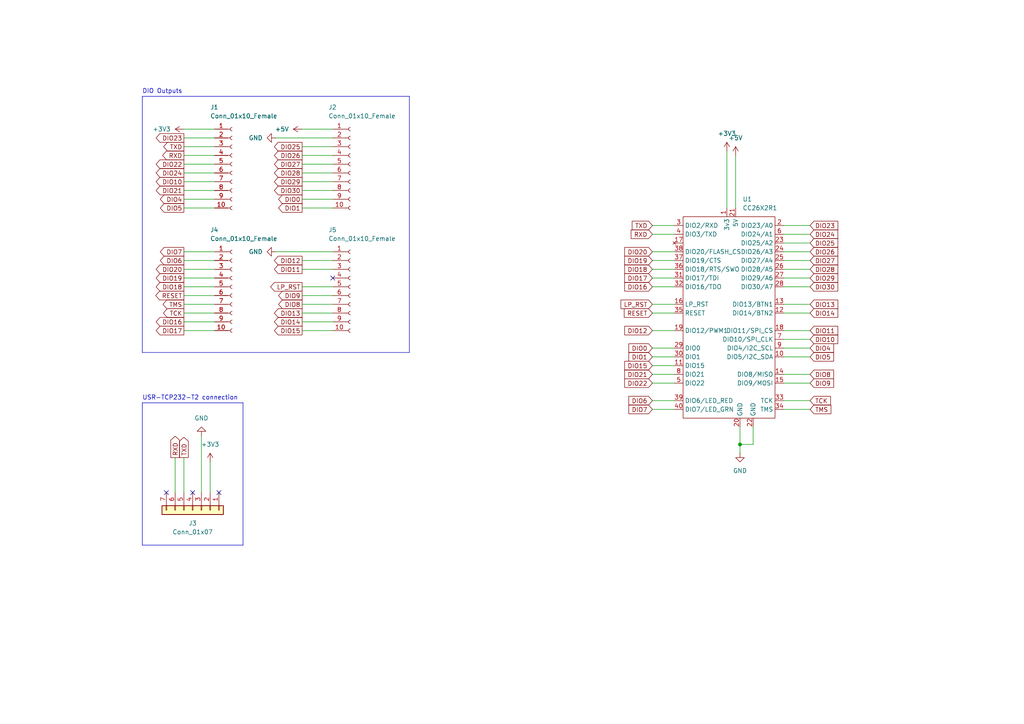
<source format=kicad_sch>
(kicad_sch (version 20230121) (generator eeschema)
  (paper "A4")
  (title_block (title "CC26X2R1 HAT") (date "2024-03-15") (rev "0.3") (company "haus-automatisierung.com") (comment 1 "Matthias Kleine"))
  (lib_symbols
    (symbol "Connector:Conn_01x10_Female" (pin_names (offset 1.016) hide)
      (property "Reference" "J" (at 0 12.7 0))
      (property "Value" "Conn_01x10_Female" (at 0 -15.24 0))
      (symbol "Conn_01x10_Female_1_1"
        (arc (start 0 -12.192) (mid -0.5058 -12.7) (end 0 -13.208) (stroke (width 0.1524)))
        (arc (start 0 -9.652) (mid -0.5058 -10.16) (end 0 -10.668) (stroke (width 0.1524)))
        (arc (start 0 -7.112) (mid -0.5058 -7.62) (end 0 -8.128) (stroke (width 0.1524)))
        (arc (start 0 -4.572) (mid -0.5058 -5.08) (end 0 -5.588) (stroke (width 0.1524)))
        (arc (start 0 -2.032) (mid -0.5058 -2.54) (end 0 -3.048) (stroke (width 0.1524)))
        (polyline (pts (xy -1.27 -12.7) (xy -0.508 -12.7)) (stroke (width 0.1524)))
        (polyline (pts (xy -1.27 -10.16) (xy -0.508 -10.16)) (stroke (width 0.1524)))
        (polyline (pts (xy -1.27 -7.62) (xy -0.508 -7.62)) (stroke (width 0.1524)))
        (polyline (pts (xy -1.27 -5.08) (xy -0.508 -5.08)) (stroke (width 0.1524)))
        (polyline (pts (xy -1.27 -2.54) (xy -0.508 -2.54)) (stroke (width 0.1524)))
        (polyline (pts (xy -1.27 0) (xy -0.508 0)) (stroke (width 0.1524)))
        (polyline (pts (xy -1.27 2.54) (xy -0.508 2.54)) (stroke (width 0.1524)))
        (polyline (pts (xy -1.27 5.08) (xy -0.508 5.08)) (stroke (width 0.1524)))
        (polyline (pts (xy -1.27 7.62) (xy -0.508 7.62)) (stroke (width 0.1524)))
        (polyline (pts (xy -1.27 10.16) (xy -0.508 10.16)) (stroke (width 0.1524)))
        (arc (start 0 0.508) (mid -0.5058 0) (end 0 -0.508) (stroke (width 0.1524)))
        (arc (start 0 3.048) (mid -0.5058 2.54) (end 0 2.032) (stroke (width 0.1524)))
        (arc (start 0 5.588) (mid -0.5058 5.08) (end 0 4.572) (stroke (width 0.1524)))
        (arc (start 0 8.128) (mid -0.5058 7.62) (end 0 7.112) (stroke (width 0.1524)))
        (arc (start 0 10.668) (mid -0.5058 10.16) (end 0 9.652) (stroke (width 0.1524)))
        (pin passive line (at -5.08 10.16 0) (length 3.81) (name "Pin_1") (number "1"))
        (pin passive line (at -5.08 -12.7 0) (length 3.81) (name "Pin_10") (number "10"))
        (pin passive line (at -5.08 7.62 0) (length 3.81) (name "Pin_2") (number "2"))
        (pin passive line (at -5.08 5.08 0) (length 3.81) (name "Pin_3") (number "3"))
        (pin passive line (at -5.08 2.54 0) (length 3.81) (name "Pin_4") (number "4"))
        (pin passive line (at -5.08 0 0) (length 3.81) (name "Pin_5") (number "5"))
        (pin passive line (at -5.08 -2.54 0) (length 3.81) (name "Pin_6") (number "6"))
        (pin passive line (at -5.08 -5.08 0) (length 3.81) (name "Pin_7") (number "7"))
        (pin passive line (at -5.08 -7.62 0) (length 3.81) (name "Pin_8") (number "8"))
        (pin passive line (at -5.08 -10.16 0) (length 3.81) (name "Pin_9") (number "9"))
      )
    )
    (symbol "Connector_Generic:Conn_01x07" (pin_names (offset 1.016) hide)
      (property "Reference" "J" (at 0 10.16 0))
      (property "Value" "Conn_01x07" (at 0 -10.16 0))
      (symbol "Conn_01x07_1_1"
        (rectangle (start -1.27 -7.493) (end 0 -7.747) (stroke (width 0.1524)))
        (rectangle (start -1.27 -4.953) (end 0 -5.207) (stroke (width 0.1524)))
        (rectangle (start -1.27 -2.413) (end 0 -2.667) (stroke (width 0.1524)))
        (rectangle (start -1.27 0.127) (end 0 -0.127) (stroke (width 0.1524)))
        (rectangle (start -1.27 2.667) (end 0 2.413) (stroke (width 0.1524)))
        (rectangle (start -1.27 5.207) (end 0 4.953) (stroke (width 0.1524)))
        (rectangle (start -1.27 7.747) (end 0 7.493) (stroke (width 0.1524)))
        (rectangle (start -1.27 8.89) (end 1.27 -8.89) (stroke (width 0.254)) (fill (type background)))
        (pin passive line (at -5.08 7.62 0) (length 3.81) (name "Pin_1") (number "1"))
        (pin passive line (at -5.08 5.08 0) (length 3.81) (name "Pin_2") (number "2"))
        (pin passive line (at -5.08 2.54 0) (length 3.81) (name "Pin_3") (number "3"))
        (pin passive line (at -5.08 0 0) (length 3.81) (name "Pin_4") (number "4"))
        (pin passive line (at -5.08 -2.54 0) (length 3.81) (name "Pin_5") (number "5"))
        (pin passive line (at -5.08 -5.08 0) (length 3.81) (name "Pin_6") (number "6"))
        (pin passive line (at -5.08 -7.62 0) (length 3.81) (name "Pin_7") (number "7"))
      )
    )
    (symbol "haus-automatisierung:CC26X2R1"
      (property "Reference" "U" (at 0 1.27 0))
      (property "Value" "CC26X2R1" (at 0 -1.27 0))
      (symbol "CC26X2R1_0_1"
        (rectangle (start -13.97 -8.89) (end 12.7 -67.31))
      )
      (symbol "CC26X2R1_1_1"
        (pin power_in line (at -1.27 -6.35 270) (length 2.54) (name "3v3") (number "1"))
        (pin bidirectional line (at 15.24 -49.53 180) (length 2.54) (name "DIO5/I2C_SDA") (number "10"))
        (pin bidirectional line (at -16.51 -52.07 0) (length 2.54) (name "DIO15") (number "11"))
        (pin bidirectional line (at 15.24 -36.83 180) (length 2.54) (name "DIO14/BTN2") (number "12"))
        (pin bidirectional line (at 15.24 -34.29 180) (length 2.54) (name "DIO13/BTN1") (number "13"))
        (pin bidirectional line (at 15.24 -54.61 180) (length 2.54) (name "DIO8/MISO") (number "14"))
        (pin bidirectional line (at 15.24 -57.15 180) (length 2.54) (name "DIO9/MOSI") (number "15"))
        (pin bidirectional line (at -16.51 -34.29 0) (length 2.54) (name "LP_RST") (number "16"))
        (pin no_connect line (at -16.51 -16.51 0) (length 2.54) (name "") (number "17"))
        (pin bidirectional line (at 15.24 -41.91 180) (length 2.54) (name "DIO11/SPI_CS") (number "18"))
        (pin bidirectional line (at -16.51 -41.91 0) (length 2.54) (name "DIO12/PWM1") (number "19"))
        (pin bidirectional line (at 15.24 -11.43 180) (length 2.54) (name "DIO23/A0") (number "2"))
        (pin power_out line (at 2.54 -69.85 90) (length 2.54) (name "GND") (number "20"))
        (pin power_in line (at 1.27 -6.35 270) (length 2.54) (name "5V") (number "21"))
        (pin power_out line (at 6.35 -69.85 90) (length 2.54) (name "GND") (number "22"))
        (pin bidirectional line (at 15.24 -16.51 180) (length 2.54) (name "DIO25/A2") (number "23"))
        (pin bidirectional line (at 15.24 -19.05 180) (length 2.54) (name "DIO26/A3") (number "24"))
        (pin bidirectional line (at 15.24 -21.59 180) (length 2.54) (name "DIO27/A4") (number "25"))
        (pin bidirectional line (at 15.24 -24.13 180) (length 2.54) (name "DIO28/A5") (number "26"))
        (pin bidirectional line (at 15.24 -26.67 180) (length 2.54) (name "DIO29/A6") (number "27"))
        (pin bidirectional line (at 15.24 -29.21 180) (length 2.54) (name "DIO30/A7") (number "28"))
        (pin bidirectional line (at -16.51 -46.99 0) (length 2.54) (name "DIO0") (number "29"))
        (pin bidirectional line (at -16.51 -11.43 0) (length 2.54) (name "DIO2/RXD") (number "3"))
        (pin bidirectional line (at -16.51 -49.53 0) (length 2.54) (name "DIO1") (number "30"))
        (pin bidirectional line (at -16.51 -26.67 0) (length 2.54) (name "DIO17/TDI") (number "31"))
        (pin bidirectional line (at -16.51 -29.21 0) (length 2.54) (name "DIO16/TDO") (number "32"))
        (pin bidirectional line (at 15.24 -62.23 180) (length 2.54) (name "TCK") (number "33"))
        (pin bidirectional line (at 15.24 -64.77 180) (length 2.54) (name "TMS") (number "34"))
        (pin bidirectional line (at -16.51 -36.83 0) (length 2.54) (name "RESET") (number "35"))
        (pin bidirectional line (at -16.51 -24.13 0) (length 2.54) (name "DIO18/RTS/SWO") (number "36"))
        (pin bidirectional line (at -16.51 -21.59 0) (length 2.54) (name "DIO19/CTS") (number "37"))
        (pin bidirectional line (at -16.51 -19.05 0) (length 2.54) (name "DIO20/FLASH_CS") (number "38"))
        (pin bidirectional line (at -16.51 -62.23 0) (length 2.54) (name "DIO6/LED_RED") (number "39"))
        (pin bidirectional line (at -16.51 -13.97 0) (length 2.54) (name "DIO3/TXD") (number "4"))
        (pin bidirectional line (at -16.51 -64.77 0) (length 2.54) (name "DIO7/LED_GRN") (number "40"))
        (pin bidirectional line (at -16.51 -57.15 0) (length 2.54) (name "DIO22") (number "5"))
        (pin bidirectional line (at 15.24 -13.97 180) (length 2.54) (name "DIO24/A1") (number "6"))
        (pin bidirectional line (at 15.24 -44.45 180) (length 2.54) (name "DIO10/SPI_CLK") (number "7"))
        (pin bidirectional line (at -16.51 -54.61 0) (length 2.54) (name "DIO21") (number "8"))
        (pin bidirectional line (at 15.24 -46.99 180) (length 2.54) (name "DIO4/I2C_SCL") (number "9"))
      )
    )
    (symbol "power:+3.3V" (power) (pin_names (offset 0))
      (property "Value" "+3.3V" (at 0 3.556 0))
      (symbol "+3.3V_0_1"
        (polyline (pts (xy -0.762 1.27) (xy 0 2.54)))
        (polyline (pts (xy 0 0) (xy 0 2.54)))
        (polyline (pts (xy 0 2.54) (xy 0.762 1.27)))
      )
      (symbol "+3.3V_1_1"
        (pin power_in line (at 0 0 90) (length 0) hide (name "+3V3") (number "1"))
      )
    )
    (symbol "power:+5V" (power) (pin_names (offset 0))
      (property "Value" "+5V" (at 0 3.556 0))
      (symbol "+5V_0_1"
        (polyline (pts (xy -0.762 1.27) (xy 0 2.54)))
        (polyline (pts (xy 0 0) (xy 0 2.54)))
        (polyline (pts (xy 0 2.54) (xy 0.762 1.27)))
      )
      (symbol "+5V_1_1"
        (pin power_in line (at 0 0 90) (length 0) hide (name "+5V") (number "1"))
      )
    )
    (symbol "power:GND" (power) (pin_names (offset 0))
      (property "Value" "GND" (at 0 -3.81 0))
      (symbol "GND_0_1"
        (polyline (pts (xy 0 0) (xy 0 -1.27) (xy 1.27 -1.27) (xy 0 -2.54) (xy -1.27 -1.27) (xy 0 -1.27)))
      )
      (symbol "GND_1_1"
        (pin power_in line (at 0 0 270) (length 0) hide (name "GND") (number "1"))
      )
    )
  )
  (junction (at 214.63 128.905))
  (no_connect (at 48.26 142.875))
  (no_connect (at 96.52 80.645))
  (no_connect (at 63.5 142.875))
  (no_connect (at 55.88 142.875))
  (polyline (pts (xy 41.275 27.94) (xy 41.275 102.235)))
  (wire (pts (xy 53.34 85.725) (xy 62.23 85.725)))
  (wire (pts (xy 227.33 95.885) (xy 234.95 95.885)))
  (wire (pts (xy 96.52 45.085) (xy 87.63 45.085)))
  (wire (pts (xy 87.63 60.325) (xy 96.52 60.325)))
  (wire (pts (xy 189.23 65.405) (xy 195.58 65.405)))
  (polyline (pts (xy 118.745 102.235) (xy 41.275 102.235)))
  (wire (pts (xy 87.63 90.805) (xy 96.52 90.805)))
  (wire (pts (xy 227.33 70.485) (xy 234.95 70.485)))
  (polyline (pts (xy 70.485 116.84) (xy 70.485 158.115)))
  (polyline (pts (xy 70.485 158.115) (xy 41.275 158.115)))
  (wire (pts (xy 53.34 52.705) (xy 62.23 52.705)))
  (wire (pts (xy 227.33 90.805) (xy 234.95 90.805)))
  (wire (pts (xy 189.23 116.205) (xy 195.58 116.205)))
  (wire (pts (xy 189.23 95.885) (xy 195.58 95.885)))
  (wire (pts (xy 214.63 123.825) (xy 214.63 128.905)))
  (wire (pts (xy 87.63 95.885) (xy 96.52 95.885)))
  (wire (pts (xy 53.34 80.645) (xy 62.23 80.645)))
  (wire (pts (xy 227.33 111.125) (xy 234.95 111.125)))
  (wire (pts (xy 227.33 83.185) (xy 234.95 83.185)))
  (wire (pts (xy 218.44 123.825) (xy 218.44 128.905)))
  (wire (pts (xy 227.33 67.945) (xy 234.95 67.945)))
  (wire (pts (xy 53.34 75.565) (xy 62.23 75.565)))
  (wire (pts (xy 96.52 40.005) (xy 80.01 40.005)))
  (wire (pts (xy 189.23 103.505) (xy 195.58 103.505)))
  (wire (pts (xy 50.8 132.715) (xy 50.8 142.875)))
  (wire (pts (xy 87.63 75.565) (xy 96.52 75.565)))
  (wire (pts (xy 189.23 73.025) (xy 195.58 73.025)))
  (wire (pts (xy 53.34 57.785) (xy 62.23 57.785)))
  (wire (pts (xy 53.34 132.715) (xy 53.34 142.875)))
  (wire (pts (xy 189.23 111.125) (xy 195.58 111.125)))
  (wire (pts (xy 96.52 42.545) (xy 87.63 42.545)))
  (wire (pts (xy 227.33 80.645) (xy 234.95 80.645)))
  (wire (pts (xy 53.34 88.265) (xy 62.23 88.265)))
  (wire (pts (xy 189.23 75.565) (xy 195.58 75.565)))
  (wire (pts (xy 189.23 108.585) (xy 195.58 108.585)))
  (wire (pts (xy 53.34 40.005) (xy 62.23 40.005)))
  (wire (pts (xy 53.34 93.345) (xy 62.23 93.345)))
  (wire (pts (xy 53.34 60.325) (xy 62.23 60.325)))
  (wire (pts (xy 87.63 50.165) (xy 96.52 50.165)))
  (wire (pts (xy 53.34 83.185) (xy 62.23 83.185)))
  (wire (pts (xy 53.34 90.805) (xy 62.23 90.805)))
  (wire (pts (xy 227.33 65.405) (xy 234.95 65.405)))
  (wire (pts (xy 213.36 45.085) (xy 213.36 60.325)))
  (wire (pts (xy 210.82 43.815) (xy 210.82 60.325)))
  (wire (pts (xy 189.23 83.185) (xy 195.58 83.185)))
  (wire (pts (xy 53.34 42.545) (xy 62.23 42.545)))
  (wire (pts (xy 53.34 50.165) (xy 62.23 50.165)))
  (wire (pts (xy 227.33 103.505) (xy 234.95 103.505)))
  (wire (pts (xy 189.23 88.265) (xy 195.58 88.265)))
  (wire (pts (xy 227.33 98.425) (xy 234.95 98.425)))
  (wire (pts (xy 53.34 73.025) (xy 62.23 73.025)))
  (wire (pts (xy 189.23 78.105) (xy 195.58 78.105)))
  (wire (pts (xy 87.63 85.725) (xy 96.52 85.725)))
  (wire (pts (xy 214.63 128.905) (xy 214.63 131.445)))
  (wire (pts (xy 53.34 55.245) (xy 62.23 55.245)))
  (wire (pts (xy 60.96 133.985) (xy 60.96 142.875)))
  (wire (pts (xy 80.01 73.025) (xy 96.52 73.025)))
  (wire (pts (xy 189.23 67.945) (xy 195.58 67.945)))
  (wire (pts (xy 53.34 47.625) (xy 62.23 47.625)))
  (wire (pts (xy 87.63 57.785) (xy 96.52 57.785)))
  (polyline (pts (xy 118.745 27.94) (xy 118.745 102.235)))
  (wire (pts (xy 189.23 90.805) (xy 195.58 90.805)))
  (wire (pts (xy 87.63 83.185) (xy 96.52 83.185)))
  (wire (pts (xy 53.34 37.465) (xy 62.23 37.465)))
  (polyline (pts (xy 41.275 116.84) (xy 70.485 116.84)))
  (wire (pts (xy 53.34 95.885) (xy 62.23 95.885)))
  (polyline (pts (xy 41.275 27.94) (xy 118.745 27.94)))
  (polyline (pts (xy 41.275 116.84) (xy 41.275 158.115)))
  (wire (pts (xy 227.33 73.025) (xy 234.95 73.025)))
  (wire (pts (xy 58.42 126.365) (xy 58.42 142.875)))
  (wire (pts (xy 227.33 88.265) (xy 234.95 88.265)))
  (wire (pts (xy 227.33 78.105) (xy 234.95 78.105)))
  (wire (pts (xy 227.33 100.965) (xy 234.95 100.965)))
  (wire (pts (xy 53.34 45.085) (xy 62.23 45.085)))
  (wire (pts (xy 227.33 108.585) (xy 234.95 108.585)))
  (wire (pts (xy 189.23 100.965) (xy 195.58 100.965)))
  (wire (pts (xy 53.34 78.105) (xy 62.23 78.105)))
  (wire (pts (xy 189.23 80.645) (xy 195.58 80.645)))
  (wire (pts (xy 87.63 78.105) (xy 96.52 78.105)))
  (wire (pts (xy 87.63 88.265) (xy 96.52 88.265)))
  (wire (pts (xy 218.44 128.905) (xy 214.63 128.905)))
  (wire (pts (xy 189.23 118.745) (xy 195.58 118.745)))
  (wire (pts (xy 87.63 93.345) (xy 96.52 93.345)))
  (wire (pts (xy 227.33 118.745) (xy 234.95 118.745)))
  (wire (pts (xy 96.52 37.465) (xy 87.63 37.465)))
  (wire (pts (xy 87.63 55.245) (xy 96.52 55.245)))
  (wire (pts (xy 189.23 106.045) (xy 195.58 106.045)))
  (wire (pts (xy 87.63 52.705) (xy 96.52 52.705)))
  (wire (pts (xy 227.33 116.205) (xy 234.95 116.205)))
  (wire (pts (xy 87.63 47.625) (xy 96.52 47.625)))
  (wire (pts (xy 227.33 75.565) (xy 234.95 75.565)))
  (text "DIO Outputs" (at 41.275 27.305 0) (effects (font (size 1.27 1.27)) (justify left bottom)))
  (text "USR-TCP232-T2 connection" (at 41.275 116.205 0) (effects (font (size 1.27 1.27)) (justify left bottom)))
  (global_label "DIO19" (shape input) (at 189.23 75.565 180) (property "Intersheetrefs" "${INTERSHEET_REFS}" (effects hide)))
  (global_label "DIO17" (shape input) (at 189.23 80.645 180) (property "Intersheetrefs" "${INTERSHEET_REFS}" (effects hide)))
  (global_label "DIO30" (shape input) (at 234.95 83.185 0) (property "Intersheetrefs" "${INTERSHEET_REFS}" (effects hide)))
  (global_label "DIO19" (shape output) (at 53.34 80.645 180) (property "Intersheetrefs" "${INTERSHEET_REFS}" (effects hide)))
  (global_label "DIO5" (shape output) (at 53.34 60.325 180) (property "Intersheetrefs" "${INTERSHEET_REFS}" (effects hide)))
  (global_label "DIO17" (shape output) (at 53.34 95.885 180) (property "Intersheetrefs" "${INTERSHEET_REFS}" (effects hide)))
  (global_label "DIO14" (shape input) (at 234.95 90.805 0) (property "Intersheetrefs" "${INTERSHEET_REFS}" (effects hide)))
  (global_label "DIO18" (shape input) (at 189.23 78.105 180) (property "Intersheetrefs" "${INTERSHEET_REFS}" (effects hide)))
  (global_label "DIO0" (shape input) (at 189.23 100.965 180) (property "Intersheetrefs" "${INTERSHEET_REFS}" (effects hide)))
  (global_label "DIO1" (shape input) (at 189.23 103.505 180) (property "Intersheetrefs" "${INTERSHEET_REFS}" (effects hide)))
  (global_label "DIO27" (shape input) (at 234.95 75.565 0) (property "Intersheetrefs" "${INTERSHEET_REFS}" (effects hide)))
  (global_label "DIO21" (shape input) (at 189.23 108.585 180) (property "Intersheetrefs" "${INTERSHEET_REFS}" (effects hide)))
  (global_label "DIO7" (shape input) (at 189.23 118.745 180) (property "Intersheetrefs" "${INTERSHEET_REFS}" (effects hide)))
  (global_label "TXD" (shape output) (at 53.34 42.545 180) (property "Intersheetrefs" "${INTERSHEET_REFS}" (effects hide)))
  (global_label "DIO15" (shape output) (at 87.63 95.885 180) (property "Intersheetrefs" "${INTERSHEET_REFS}" (effects hide)))
  (global_label "DIO26" (shape input) (at 234.95 73.025 0) (property "Intersheetrefs" "${INTERSHEET_REFS}" (effects hide)))
  (global_label "DIO24" (shape input) (at 234.95 67.945 0) (property "Intersheetrefs" "${INTERSHEET_REFS}" (effects hide)))
  (global_label "DIO29" (shape input) (at 234.95 80.645 0) (property "Intersheetrefs" "${INTERSHEET_REFS}" (effects hide)))
  (global_label "DIO30" (shape output) (at 87.63 55.245 180) (property "Intersheetrefs" "${INTERSHEET_REFS}" (effects hide)))
  (global_label "DIO13" (shape output) (at 87.63 90.805 180) (property "Intersheetrefs" "${INTERSHEET_REFS}" (effects hide)))
  (global_label "DIO27" (shape output) (at 87.63 47.625 180) (property "Intersheetrefs" "${INTERSHEET_REFS}" (effects hide)))
  (global_label "RXD" (shape input) (at 189.23 67.945 180) (property "Intersheetrefs" "${INTERSHEET_REFS}" (effects hide)))
  (global_label "DIO0" (shape output) (at 87.63 57.785 180) (property "Intersheetrefs" "${INTERSHEET_REFS}" (effects hide)))
  (global_label "DIO4" (shape output) (at 53.34 57.785 180) (property "Intersheetrefs" "${INTERSHEET_REFS}" (effects hide)))
  (global_label "TXD" (shape input) (at 189.23 65.405 180) (property "Intersheetrefs" "${INTERSHEET_REFS}" (effects hide)))
  (global_label "DIO6" (shape output) (at 53.34 75.565 180) (property "Intersheetrefs" "${INTERSHEET_REFS}" (effects hide)))
  (global_label "DIO12" (shape input) (at 189.23 95.885 180) (property "Intersheetrefs" "${INTERSHEET_REFS}" (effects hide)))
  (global_label "DIO8" (shape input) (at 234.95 108.585 0) (property "Intersheetrefs" "${INTERSHEET_REFS}" (effects hide)))
  (global_label "DIO11" (shape output) (at 87.63 78.105 180) (property "Intersheetrefs" "${INTERSHEET_REFS}" (effects hide)))
  (global_label "DIO5" (shape input) (at 234.95 103.505 0) (property "Intersheetrefs" "${INTERSHEET_REFS}" (effects hide)))
  (global_label "LP_RST" (shape output) (at 87.63 83.185 180) (property "Intersheetrefs" "${INTERSHEET_REFS}" (effects hide)))
  (global_label "DIO25" (shape input) (at 234.95 70.485 0) (property "Intersheetrefs" "${INTERSHEET_REFS}" (effects hide)))
  (global_label "DIO21" (shape output) (at 53.34 55.245 180) (property "Intersheetrefs" "${INTERSHEET_REFS}" (effects hide)))
  (global_label "DIO26" (shape output) (at 87.63 45.085 180) (property "Intersheetrefs" "${INTERSHEET_REFS}" (effects hide)))
  (global_label "DIO9" (shape output) (at 87.63 85.725 180) (property "Intersheetrefs" "${INTERSHEET_REFS}" (effects hide)))
  (global_label "DIO18" (shape output) (at 53.34 83.185 180) (property "Intersheetrefs" "${INTERSHEET_REFS}" (effects hide)))
  (global_label "DIO25" (shape output) (at 87.63 42.545 180) (property "Intersheetrefs" "${INTERSHEET_REFS}" (effects hide)))
  (global_label "DIO13" (shape input) (at 234.95 88.265 0) (property "Intersheetrefs" "${INTERSHEET_REFS}" (effects hide)))
  (global_label "DIO23" (shape input) (at 234.95 65.405 0) (property "Intersheetrefs" "${INTERSHEET_REFS}" (effects hide)))
  (global_label "RXD" (shape output) (at 50.8 132.715 90) (property "Intersheetrefs" "${INTERSHEET_REFS}" (effects hide)))
  (global_label "DIO7" (shape output) (at 53.34 73.025 180) (property "Intersheetrefs" "${INTERSHEET_REFS}" (effects hide)))
  (global_label "DIO4" (shape input) (at 234.95 100.965 0) (property "Intersheetrefs" "${INTERSHEET_REFS}" (effects hide)))
  (global_label "DIO16" (shape input) (at 189.23 83.185 180) (property "Intersheetrefs" "${INTERSHEET_REFS}" (effects hide)))
  (global_label "DIO8" (shape output) (at 87.63 88.265 180) (property "Intersheetrefs" "${INTERSHEET_REFS}" (effects hide)))
  (global_label "TMS" (shape output) (at 53.34 88.265 180) (property "Intersheetrefs" "${INTERSHEET_REFS}" (effects hide)))
  (global_label "TMS" (shape input) (at 234.95 118.745 0) (property "Intersheetrefs" "${INTERSHEET_REFS}" (effects hide)))
  (global_label "DIO12" (shape output) (at 87.63 75.565 180) (property "Intersheetrefs" "${INTERSHEET_REFS}" (effects hide)))
  (global_label "DIO20" (shape input) (at 189.23 73.025 180) (property "Intersheetrefs" "${INTERSHEET_REFS}" (effects hide)))
  (global_label "LP_RST" (shape input) (at 189.23 88.265 180) (property "Intersheetrefs" "${INTERSHEET_REFS}" (effects hide)))
  (global_label "DIO28" (shape input) (at 234.95 78.105 0) (property "Intersheetrefs" "${INTERSHEET_REFS}" (effects hide)))
  (global_label "RESET" (shape output) (at 53.34 85.725 180) (property "Intersheetrefs" "${INTERSHEET_REFS}" (effects hide)))
  (global_label "DIO24" (shape output) (at 53.34 50.165 180) (property "Intersheetrefs" "${INTERSHEET_REFS}" (effects hide)))
  (global_label "DIO15" (shape input) (at 189.23 106.045 180) (property "Intersheetrefs" "${INTERSHEET_REFS}" (effects hide)))
  (global_label "DIO6" (shape input) (at 189.23 116.205 180) (property "Intersheetrefs" "${INTERSHEET_REFS}" (effects hide)))
  (global_label "DIO28" (shape output) (at 87.63 50.165 180) (property "Intersheetrefs" "${INTERSHEET_REFS}" (effects hide)))
  (global_label "TXD" (shape output) (at 53.34 132.715 90) (property "Intersheetrefs" "${INTERSHEET_REFS}" (effects hide)))
  (global_label "DIO14" (shape output) (at 87.63 93.345 180) (property "Intersheetrefs" "${INTERSHEET_REFS}" (effects hide)))
  (global_label "DIO9" (shape input) (at 234.95 111.125 0) (property "Intersheetrefs" "${INTERSHEET_REFS}" (effects hide)))
  (global_label "TCK" (shape output) (at 53.34 90.805 180) (property "Intersheetrefs" "${INTERSHEET_REFS}" (effects hide)))
  (global_label "RXD" (shape output) (at 53.34 45.085 180) (property "Intersheetrefs" "${INTERSHEET_REFS}" (effects hide)))
  (global_label "DIO11" (shape input) (at 234.95 95.885 0) (property "Intersheetrefs" "${INTERSHEET_REFS}" (effects hide)))
  (global_label "DIO1" (shape output) (at 87.63 60.325 180) (property "Intersheetrefs" "${INTERSHEET_REFS}" (effects hide)))
  (global_label "DIO22" (shape input) (at 189.23 111.125 180) (property "Intersheetrefs" "${INTERSHEET_REFS}" (effects hide)))
  (global_label "RESET" (shape input) (at 189.23 90.805 180) (property "Intersheetrefs" "${INTERSHEET_REFS}" (effects hide)))
  (global_label "DIO23" (shape output) (at 53.34 40.005 180) (property "Intersheetrefs" "${INTERSHEET_REFS}" (effects hide)))
  (global_label "DIO22" (shape output) (at 53.34 47.625 180) (property "Intersheetrefs" "${INTERSHEET_REFS}" (effects hide)))
  (global_label "DIO29" (shape output) (at 87.63 52.705 180) (property "Intersheetrefs" "${INTERSHEET_REFS}" (effects hide)))
  (global_label "DIO20" (shape output) (at 53.34 78.105 180) (property "Intersheetrefs" "${INTERSHEET_REFS}" (effects hide)))
  (global_label "DIO10" (shape input) (at 234.95 98.425 0) (property "Intersheetrefs" "${INTERSHEET_REFS}" (effects hide)))
  (global_label "DIO10" (shape output) (at 53.34 52.705 180) (property "Intersheetrefs" "${INTERSHEET_REFS}" (effects hide)))
  (global_label "TCK" (shape input) (at 234.95 116.205 0) (property "Intersheetrefs" "${INTERSHEET_REFS}" (effects hide)))
  (global_label "DIO16" (shape output) (at 53.34 93.345 180) (property "Intersheetrefs" "${INTERSHEET_REFS}" (effects hide)))
  (symbol (lib_id "power:+3.3V") (at 60.96 133.985 0) (unit 1)
    (property "Reference" "#PWR0103" (effects hide))
    (property "Value" "+3.3V" (at 60.96 128.905 0))
  )
  (symbol (lib_id "haus-automatisierung:CC26X2R1") (at 212.09 53.975 0) (unit 1)
    (property "Reference" "U1" (at 215.3794 57.785 0) (effects (justify left)))
    (property "Value" "CC26X2R1" (at 215.3794 60.325 0) (effects (justify left)))
    (property "Footprint" "haus-automatisierung:CC26X2R1" (effects hide))
  )
  (symbol (lib_id "power:+5V") (at 87.63 37.465 90) (unit 1)
    (property "Reference" "#PWR0107" (effects hide))
    (property "Value" "+5V" (at 83.82 37.4651 90) (effects (justify left)))
  )
  (symbol (lib_id "power:GND") (at 214.63 131.445 0) (unit 1)
    (property "Reference" "#PWR01" (effects hide))
    (property "Value" "GND" (at 214.63 136.525 0))
  )
  (symbol (lib_id "Connector:Conn_01x10_Female") (at 67.31 47.625 0) (unit 1)
    (property "Reference" "J1" (at 60.96 31.115 0) (effects (justify left)))
    (property "Value" "Conn_01x10_Female" (at 60.96 33.655 0) (effects (justify left)))
    (property "Footprint" "Connector_PinHeader_2.54mm:PinHeader_1x10_P2.54mm_Vertical" (effects hide))
  )
  (symbol (lib_id "Connector:Conn_01x10_Female") (at 67.31 83.185 0) (unit 1)
    (property "Reference" "J4" (at 60.96 66.675 0) (effects (justify left)))
    (property "Value" "Conn_01x10_Female" (at 60.96 69.215 0) (effects (justify left)))
    (property "Footprint" "Connector_PinHeader_2.54mm:PinHeader_1x10_P2.54mm_Vertical" (effects hide))
  )
  (symbol (lib_id "power:+3.3V") (at 53.34 37.465 90) (unit 1)
    (property "Reference" "#PWR0104" (effects hide))
    (property "Value" "+3.3V" (at 49.53 37.4649 90) (effects (justify left)))
  )
  (symbol (lib_id "power:GND") (at 80.01 40.005 270) (unit 1)
    (property "Reference" "#PWR0106" (effects hide))
    (property "Value" "GND" (at 76.2 40.0051 90) (effects (justify right)))
  )
  (symbol (lib_id "power:+3.3V") (at 210.82 43.815 0) (unit 1)
    (property "Reference" "#PWR0101" (effects hide))
    (property "Value" "+3.3V" (at 210.82 38.735 0))
  )
  (symbol (lib_id "power:+5V") (at 213.36 45.085 0) (unit 1)
    (property "Reference" "#PWR0105" (effects hide))
    (property "Value" "+5V" (at 213.36 40.005 0))
  )
  (symbol (lib_id "Connector:Conn_01x10_Female") (at 101.6 47.625 0) (unit 1)
    (property "Reference" "J2" (at 95.25 31.115 0) (effects (justify left)))
    (property "Value" "Conn_01x10_Female" (at 95.25 33.655 0) (effects (justify left)))
    (property "Footprint" "Connector_PinHeader_2.54mm:PinHeader_1x10_P2.54mm_Vertical" (effects hide))
  )
  (symbol (lib_id "power:GND") (at 58.42 126.365 180) (unit 1)
    (property "Reference" "#PWR0102" (effects hide))
    (property "Value" "GND" (at 58.42 121.285 0))
  )
  (symbol (lib_id "Connector:Conn_01x10_Female") (at 101.6 83.185 0) (unit 1)
    (property "Reference" "J5" (at 95.25 66.675 0) (effects (justify left)))
    (property "Value" "Conn_01x10_Female" (at 95.25 69.215 0) (effects (justify left)))
    (property "Footprint" "Connector_PinHeader_2.54mm:PinHeader_1x10_P2.54mm_Vertical" (effects hide))
  )
  (symbol (lib_id "power:GND") (at 80.01 73.025 270) (unit 1)
    (property "Reference" "#PWR0108" (effects hide))
    (property "Value" "GND" (at 76.2 73.0249 90) (effects (justify right)))
  )
  (symbol (lib_id "Connector_Generic:Conn_01x07") (at 55.88 147.955 270) (unit 1)
    (property "Reference" "J3" (at 55.88 151.765 90))
    (property "Value" "Conn_01x07" (at 55.88 154.305 90))
    (property "Footprint" "Connector_PinHeader_2.54mm:PinHeader_1x07_P2.54mm_Vertical" (effects hide))
  )
)
</source>
